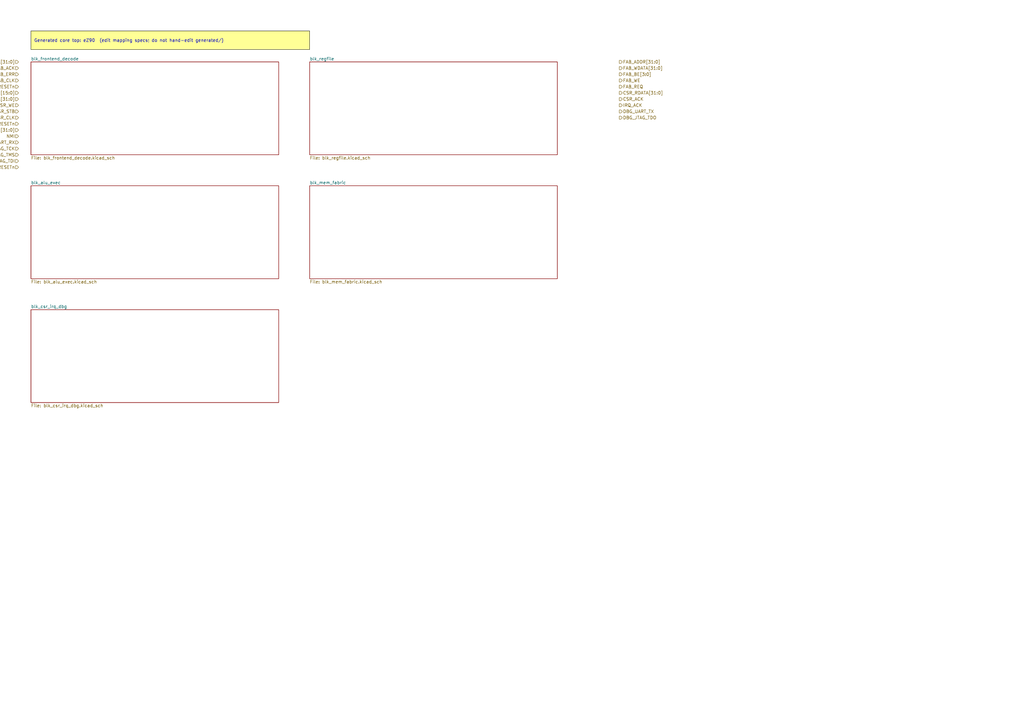
<source format=kicad_sch>
(kicad_sch
	(version 20250114)
	(generator "kicadgen")
	(generator_version "0.1")
	(uuid "59d3f377-8086-5e08-87f2-a6ea56e5a5df")
	(paper "A3")
	(title_block
		(title "eZ90 (generated)")
		(company "Project Carbon")
		(comment 1 "Generated - do not edit in generated/")
		(comment 2 "Edit in schem/kicad9/manual/ or refine mapping specs")
	)
	(lib_symbols)
	(text_box
		"Generated core top: eZ90  (edit mapping specs; do not hand-edit generated/)"
		(exclude_from_sim no)
		(at
			12.7
			12.7
			0
		)
		(size 114.3 7.62)
		(margins
			1.27
			1.27
			1.27
			1.27
		)
		(stroke
			(width 0)
			(type default)
			(color
				0
				0
				0
				1
			)
		)
		(fill
			(type color)
			(color
				255
				255
				150
				1
			)
		)
		(effects
			(font
				(size 1.27 1.27)
			)
			(justify left)
		)
		(uuid "96ce8d38-d6c9-59ca-a4c3-2512f9625223")
	)
	(sheet
		(at 12.7 25.4)
		(size 101.6 38.1)
		(exclude_from_sim no)
		(in_bom yes)
		(on_board yes)
		(dnp no)
		(stroke
			(width 0)
			(type solid)
		)
		(fill
			(color
				0
				0
				0
				0
			)
		)
		(uuid "29bb3903-5414-5bbc-ab44-5b0004019b42")
		(property
			"Sheetname"
			"blk_frontend_decode"
			(at
				12.7
				24.13
				0
			)
			(effects
				(font
					(size 1.27 1.27)
				)
				(justify left)
			)
		)
		(property
			"Sheetfile"
			"blk_frontend_decode.kicad_sch"
			(at
				12.7
				64.77
				0
			)
			(effects
				(font
					(size 1.27 1.27)
				)
				(justify left)
			)
		)
		(instances
			(project
				"core_eZ90"
				(path
					"/59d3f377-8086-5e08-87f2-a6ea56e5a5df"
					(page "2")
				)
			)
		)
	)
	(sheet
		(at 127 25.4)
		(size 101.6 38.1)
		(exclude_from_sim no)
		(in_bom yes)
		(on_board yes)
		(dnp no)
		(stroke
			(width 0)
			(type solid)
		)
		(fill
			(color
				0
				0
				0
				0
			)
		)
		(uuid "9d4ee6f6-f04b-534a-aa67-1bf7a68c54bf")
		(property
			"Sheetname"
			"blk_regfile"
			(at
				127
				24.13
				0
			)
			(effects
				(font
					(size 1.27 1.27)
				)
				(justify left)
			)
		)
		(property
			"Sheetfile"
			"blk_regfile.kicad_sch"
			(at
				127
				64.77
				0
			)
			(effects
				(font
					(size 1.27 1.27)
				)
				(justify left)
			)
		)
		(instances
			(project
				"core_eZ90"
				(path
					"/59d3f377-8086-5e08-87f2-a6ea56e5a5df"
					(page "3")
				)
			)
		)
	)
	(sheet
		(at 12.7 76.2)
		(size 101.6 38.1)
		(exclude_from_sim no)
		(in_bom yes)
		(on_board yes)
		(dnp no)
		(stroke
			(width 0)
			(type solid)
		)
		(fill
			(color
				0
				0
				0
				0
			)
		)
		(uuid "574f3ad9-cf42-5069-9b9a-05cf2dd0edcc")
		(property
			"Sheetname"
			"blk_alu_exec"
			(at
				12.7
				74.93
				0
			)
			(effects
				(font
					(size 1.27 1.27)
				)
				(justify left)
			)
		)
		(property
			"Sheetfile"
			"blk_alu_exec.kicad_sch"
			(at
				12.7
				115.57
				0
			)
			(effects
				(font
					(size 1.27 1.27)
				)
				(justify left)
			)
		)
		(instances
			(project
				"core_eZ90"
				(path
					"/59d3f377-8086-5e08-87f2-a6ea56e5a5df"
					(page "4")
				)
			)
		)
	)
	(sheet
		(at 127 76.2)
		(size 101.6 38.1)
		(exclude_from_sim no)
		(in_bom yes)
		(on_board yes)
		(dnp no)
		(stroke
			(width 0)
			(type solid)
		)
		(fill
			(color
				0
				0
				0
				0
			)
		)
		(uuid "6d3042df-bd57-5d82-83ba-0cf4dfd455bc")
		(property
			"Sheetname"
			"blk_mem_fabric"
			(at
				127
				74.93
				0
			)
			(effects
				(font
					(size 1.27 1.27)
				)
				(justify left)
			)
		)
		(property
			"Sheetfile"
			"blk_mem_fabric.kicad_sch"
			(at
				127
				115.57
				0
			)
			(effects
				(font
					(size 1.27 1.27)
				)
				(justify left)
			)
		)
		(instances
			(project
				"core_eZ90"
				(path
					"/59d3f377-8086-5e08-87f2-a6ea56e5a5df"
					(page "5")
				)
			)
		)
	)
	(sheet
		(at 12.7 127)
		(size 101.6 38.1)
		(exclude_from_sim no)
		(in_bom yes)
		(on_board yes)
		(dnp no)
		(stroke
			(width 0)
			(type solid)
		)
		(fill
			(color
				0
				0
				0
				0
			)
		)
		(uuid "5b4eaf27-7447-5f20-ae12-f6c7eaa1310b")
		(property
			"Sheetname"
			"blk_csr_irq_dbg"
			(at
				12.7
				125.73
				0
			)
			(effects
				(font
					(size 1.27 1.27)
				)
				(justify left)
			)
		)
		(property
			"Sheetfile"
			"blk_csr_irq_dbg.kicad_sch"
			(at
				12.7
				166.37
				0
			)
			(effects
				(font
					(size 1.27 1.27)
				)
				(justify left)
			)
		)
		(instances
			(project
				"core_eZ90"
				(path
					"/59d3f377-8086-5e08-87f2-a6ea56e5a5df"
					(page "6")
				)
			)
		)
	)
	(hierarchical_label
		"FAB_ADDR[31:0]"
		(shape output)
		(at
			254
			25.4
			0
		)
		(effects
			(font
				(size 1.27 1.27)
			)
			(justify left)
		)
		(uuid "76c753aa-f1e2-5ba4-9266-64c147d94e35")
	)
	(hierarchical_label
		"FAB_WDATA[31:0]"
		(shape output)
		(at
			254
			27.94
			0
		)
		(effects
			(font
				(size 1.27 1.27)
			)
			(justify left)
		)
		(uuid "61d22f66-f0f3-5e94-8879-a1f9824b1c56")
	)
	(hierarchical_label
		"FAB_RDATA[31:0]"
		(shape input)
		(at
			7.62
			25.4
			180
		)
		(effects
			(font
				(size 1.27 1.27)
			)
			(justify right)
		)
		(uuid "a8fc5188-1942-5ab8-8dff-03610ee82586")
	)
	(hierarchical_label
		"FAB_BE[3:0]"
		(shape output)
		(at
			254
			30.48
			0
		)
		(effects
			(font
				(size 1.27 1.27)
			)
			(justify left)
		)
		(uuid "8fdbbf8e-a125-58b3-912c-e32364ed2539")
	)
	(hierarchical_label
		"FAB_WE"
		(shape output)
		(at
			254
			33.02
			0
		)
		(effects
			(font
				(size 1.27 1.27)
			)
			(justify left)
		)
		(uuid "1ac05dc1-5609-58f7-afc8-6ea336db6f71")
	)
	(hierarchical_label
		"FAB_REQ"
		(shape output)
		(at
			254
			35.56
			0
		)
		(effects
			(font
				(size 1.27 1.27)
			)
			(justify left)
		)
		(uuid "8d25f21e-6b48-55a8-a55c-25dc9be898c2")
	)
	(hierarchical_label
		"FAB_ACK"
		(shape input)
		(at
			7.62
			27.94
			180
		)
		(effects
			(font
				(size 1.27 1.27)
			)
			(justify right)
		)
		(uuid "79ff20c9-0d59-5f98-95b7-bc19b0d550aa")
	)
	(hierarchical_label
		"FAB_ERR"
		(shape input)
		(at
			7.62
			30.48
			180
		)
		(effects
			(font
				(size 1.27 1.27)
			)
			(justify right)
		)
		(uuid "5cf36d9b-ceda-5b3d-b077-839fdf633a6a")
	)
	(hierarchical_label
		"FAB_CLK"
		(shape input)
		(at
			7.62
			33.02
			180
		)
		(effects
			(font
				(size 1.27 1.27)
			)
			(justify right)
		)
		(uuid "1136f246-9a91-5614-a744-ad3a85feeec4")
	)
	(hierarchical_label
		"FAB_RESETn"
		(shape input)
		(at
			7.62
			35.56
			180
		)
		(effects
			(font
				(size 1.27 1.27)
			)
			(justify right)
		)
		(uuid "52b70859-79bd-59c0-8f65-55022adcde21")
	)
	(hierarchical_label
		"CSR_ADDR[15:0]"
		(shape input)
		(at
			7.62
			38.1
			180
		)
		(effects
			(font
				(size 1.27 1.27)
			)
			(justify right)
		)
		(uuid "1b15be0d-023a-5b40-beeb-ec924fdfffe7")
	)
	(hierarchical_label
		"CSR_WDATA[31:0]"
		(shape input)
		(at
			7.62
			40.64
			180
		)
		(effects
			(font
				(size 1.27 1.27)
			)
			(justify right)
		)
		(uuid "bd21a276-f92f-5c49-8772-da2465a0a1ac")
	)
	(hierarchical_label
		"CSR_RDATA[31:0]"
		(shape output)
		(at
			254
			38.1
			0
		)
		(effects
			(font
				(size 1.27 1.27)
			)
			(justify left)
		)
		(uuid "a8cfc7f4-0a7b-56ee-907b-97e8fec2e636")
	)
	(hierarchical_label
		"CSR_WE"
		(shape input)
		(at
			7.62
			43.18
			180
		)
		(effects
			(font
				(size 1.27 1.27)
			)
			(justify right)
		)
		(uuid "5827ff6c-e207-5650-a611-47482f51a3ac")
	)
	(hierarchical_label
		"CSR_STB"
		(shape input)
		(at
			7.62
			45.72
			180
		)
		(effects
			(font
				(size 1.27 1.27)
			)
			(justify right)
		)
		(uuid "8bc74b34-0ca4-5d45-b55e-49f22caab5d1")
	)
	(hierarchical_label
		"CSR_ACK"
		(shape output)
		(at
			254
			40.64
			0
		)
		(effects
			(font
				(size 1.27 1.27)
			)
			(justify left)
		)
		(uuid "d65d83e8-1868-59ae-9909-8cc1eb1807b4")
	)
	(hierarchical_label
		"CSR_CLK"
		(shape input)
		(at
			7.62
			48.26
			180
		)
		(effects
			(font
				(size 1.27 1.27)
			)
			(justify right)
		)
		(uuid "b0238923-49e0-5147-8e53-d5e0170321ad")
	)
	(hierarchical_label
		"CSR_RESETn"
		(shape input)
		(at
			7.62
			50.8
			180
		)
		(effects
			(font
				(size 1.27 1.27)
			)
			(justify right)
		)
		(uuid "92b69442-d9fb-5510-8910-b3cd81748495")
	)
	(hierarchical_label
		"IRQ[31:0]"
		(shape input)
		(at
			7.62
			53.34
			180
		)
		(effects
			(font
				(size 1.27 1.27)
			)
			(justify right)
		)
		(uuid "eee652ce-c0a9-5137-a75d-a5846982c514")
	)
	(hierarchical_label
		"NMI"
		(shape input)
		(at
			7.62
			55.88
			180
		)
		(effects
			(font
				(size 1.27 1.27)
			)
			(justify right)
		)
		(uuid "ec6a52a4-971b-5c4b-96ef-60d82fd4818b")
	)
	(hierarchical_label
		"IRQ_ACK"
		(shape output)
		(at
			254
			43.18
			0
		)
		(effects
			(font
				(size 1.27 1.27)
			)
			(justify left)
		)
		(uuid "7d7f7630-594e-54bf-bcc1-c9786ec265c0")
	)
	(hierarchical_label
		"DBG_UART_TX"
		(shape output)
		(at
			254
			45.72
			0
		)
		(effects
			(font
				(size 1.27 1.27)
			)
			(justify left)
		)
		(uuid "5b48897a-5f59-528d-b44f-dc5462a7d482")
	)
	(hierarchical_label
		"DBG_UART_RX"
		(shape input)
		(at
			7.62
			58.42
			180
		)
		(effects
			(font
				(size 1.27 1.27)
			)
			(justify right)
		)
		(uuid "4b32e0b8-374c-5e7c-9ced-d42b478ab2e6")
	)
	(hierarchical_label
		"DBG_JTAG_TCK"
		(shape input)
		(at
			7.62
			60.96
			180
		)
		(effects
			(font
				(size 1.27 1.27)
			)
			(justify right)
		)
		(uuid "26836374-6519-5d83-8bde-ee22792db1fa")
	)
	(hierarchical_label
		"DBG_JTAG_TMS"
		(shape input)
		(at
			7.62
			63.5
			180
		)
		(effects
			(font
				(size 1.27 1.27)
			)
			(justify right)
		)
		(uuid "a4f6e79e-b0d5-5c85-a702-1869667826a8")
	)
	(hierarchical_label
		"DBG_JTAG_TDI"
		(shape input)
		(at
			7.62
			66.04
			180
		)
		(effects
			(font
				(size 1.27 1.27)
			)
			(justify right)
		)
		(uuid "f4f92d5c-51ce-583e-80fc-55188892a6c3")
	)
	(hierarchical_label
		"DBG_JTAG_TDO"
		(shape output)
		(at
			254
			48.26
			0
		)
		(effects
			(font
				(size 1.27 1.27)
			)
			(justify left)
		)
		(uuid "add54d3d-c6ec-51c8-98b5-08e979b69f86")
	)
	(hierarchical_label
		"DBG_RESETn"
		(shape input)
		(at
			7.62
			68.58
			180
		)
		(effects
			(font
				(size 1.27 1.27)
			)
			(justify right)
		)
		(uuid "f563b7ac-7e9b-5137-886e-e53aff21e865")
	)
	(sheet_instances
		(path
			"/"
			(page "1")
		)
	)
	(embedded_fonts no)
)

</source>
